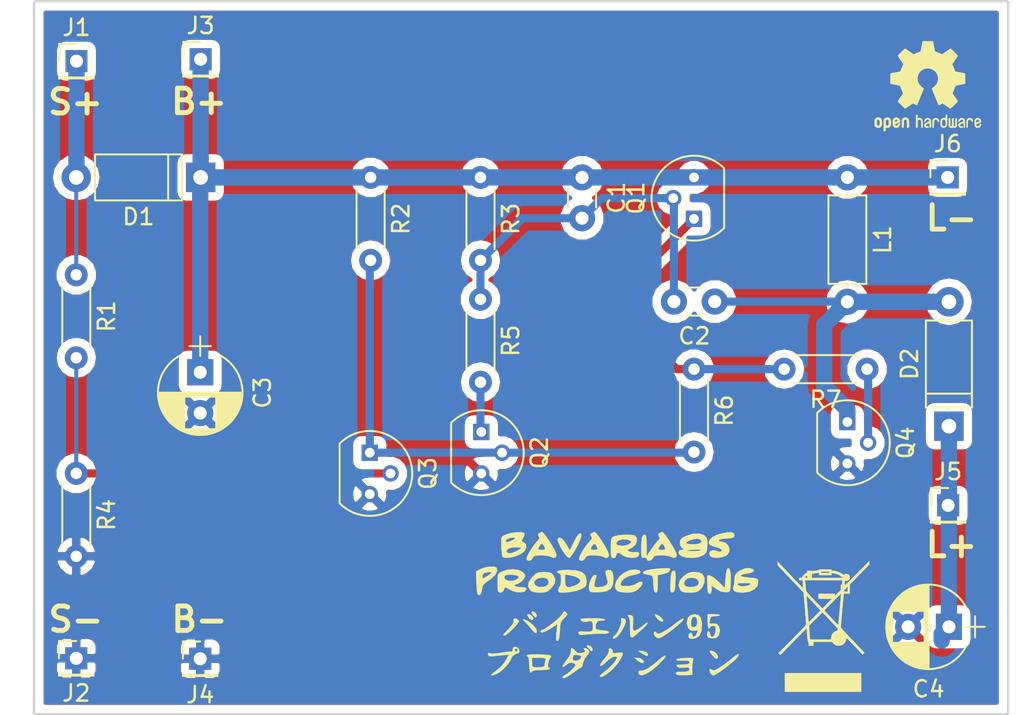
<source format=kicad_pcb>
(kicad_pcb (version 4) (host pcbnew 4.0.7)
  (layers (0 F.Cu signal) (31 B.Cu signal) (34 B.Paste user) (35 F.Paste user) (36 B.SilkS user) (37 F.SilkS user) (38 B.Mask user) (39 F.Mask user) (44 Edge.Cuts user))
  (net 0 "")
  (net 1 "Net-(C1-Pad1)")
  (net 2 "Net-(C1-Pad2)")
  (net 3 "Net-(C2-Pad1)")
  (net 4 "Net-(C4-Pad1)")
  (net 5 "Net-(D1-Pad2)")
  (net 6 "Net-(Q1-Pad1)")
  (net 7 "Net-(Q2-Pad2)")
  (net 8 "Net-(Q2-Pad1)")
  (net 9 "Net-(Q3-Pad2)")
  (net 10 "Net-(Q4-Pad2)")
  (net 11 GND)
  (module Capacitors_THT:C_Disc_D3.0mm_W1.6mm_P2.50mm (layer F.Cu) (at 122.301 91.44 270)
    (fp_text reference C1 (at 1.25 -2.11 270) (layer F.SilkS))
    (fp_text value 472)
    (pad 1 thru_hole circle (at 0 0 270) (size 1.6 1.6) (drill 0.8) (layers *.Cu *.Mask) (net 1 "Net-(C1-Pad1)"))
    (pad 2 thru_hole circle (at 2.5 0 270) (size 1.6 1.6) (drill 0.8) (layers *.Cu *.Mask) (net 2 "Net-(C1-Pad2)"))
  )
  (module Capacitors_THT:C_Disc_D3.0mm_W1.6mm_P2.50mm (layer F.Cu) (at 130.429 99.0473 180)
    (fp_text reference C2 (at 1.25 -2.11 180) (layer F.SilkS))
    (fp_text value 681)
    (pad 1 thru_hole circle (at 0 0 180) (size 1.6 1.6) (drill 0.8) (layers *.Cu *.Mask) (net 3 "Net-(C2-Pad1)"))
    (pad 2 thru_hole circle (at 2.5 0 180) (size 1.6 1.6) (drill 0.8) (layers *.Cu *.Mask) (net 2 "Net-(C1-Pad2)"))
  )
  (module Capacitors_THT:CP_Radial_D5.0mm_P2.50mm (layer F.Cu) (at 98.9076 103.378 270)
    (fp_text reference C3 (at 1.25 -3.81 270) (layer F.SilkS))
    (fp_text value 50v10µF)
    (pad 1 thru_hole rect (at 0 0 270) (size 1.6 1.6) (drill 0.8) (layers *.Cu *.Mask) (net 1 "Net-(C1-Pad1)"))
    (pad 2 thru_hole circle (at 2.5 0 270) (size 1.6 1.6) (drill 0.8) (layers *.Cu *.Mask) (net 11 GND))
  )
  (module Capacitors_THT:CP_Radial_D5.0mm_P2.50mm (layer F.Cu) (at 144.78 118.9736 180)
    (fp_text reference C4 (at 1.25 -3.81 180) (layer F.SilkS))
    (fp_text value 25v10µF)
    (pad 1 thru_hole rect (at 0 0 180) (size 1.6 1.6) (drill 0.8) (layers *.Cu *.Mask) (net 4 "Net-(C4-Pad1)"))
    (pad 2 thru_hole circle (at 2.5 0 180) (size 1.6 1.6) (drill 0.8) (layers *.Cu *.Mask) (net 11 GND))
  )
  (module Diodes_THT:D_A-405_P7.62mm_Horizontal (layer F.Cu) (at 98.933 91.44 180)
    (fp_text reference D1 (at 3.81 -2.41 180) (layer F.SilkS))
    (fp_text value 4N5819)
    (pad 1 thru_hole rect (at 0 0 180) (size 1.8 1.8) (drill 0.9) (layers *.Cu *.Mask) (net 1 "Net-(C1-Pad1)"))
    (pad 2 thru_hole oval (at 7.62 0 180) (size 1.8 1.8) (drill 0.9) (layers *.Cu *.Mask) (net 5 "Net-(D1-Pad2)"))
  )
  (module Diodes_THT:D_A-405_P7.62mm_Horizontal (layer F.Cu) (at 144.78 106.68 90)
    (fp_text reference D2 (at 3.81 -2.41 90) (layer F.SilkS))
    (fp_text value 4N5819)
    (pad 1 thru_hole rect (at 0 0 90) (size 1.8 1.8) (drill 0.9) (layers *.Cu *.Mask) (net 4 "Net-(C4-Pad1)"))
    (pad 2 thru_hole oval (at 7.62 0 90) (size 1.8 1.8) (drill 0.9) (layers *.Cu *.Mask) (net 3 "Net-(C2-Pad1)"))
  )
  (module Pin_Headers:Pin_Header_Straight_1x01_Pitch2.00mm (layer F.Cu) (at 91.3257 84.3153)
    (fp_text reference J1 (at 0 -2.06) (layer F.SilkS))
    (fp_text value Conn_01x01)
    (pad 1 thru_hole rect (at 0 0) (size 1.35 1.35) (drill 0.8) (layers *.Cu *.Mask) (net 5 "Net-(D1-Pad2)"))
  )
  (module Pin_Headers:Pin_Header_Straight_1x01_Pitch2.00mm (layer F.Cu) (at 91.313 120.904)
    (fp_text reference J2 (at 0 2.1336) (layer F.SilkS))
    (fp_text value Conn_01x01)
    (pad 1 thru_hole rect (at 0 0) (size 1.35 1.35) (drill 0.8) (layers *.Cu *.Mask) (net 11 GND))
  )
  (module Pin_Headers:Pin_Header_Straight_1x01_Pitch2.00mm (layer F.Cu) (at 98.933 84.201)
    (fp_text reference J3 (at 0 -2.06) (layer F.SilkS))
    (fp_text value Conn_01x01)
    (pad 1 thru_hole rect (at 0 0) (size 1.35 1.35) (drill 0.8) (layers *.Cu *.Mask) (net 1 "Net-(C1-Pad1)"))
  )
  (module Pin_Headers:Pin_Header_Straight_1x01_Pitch2.00mm (layer F.Cu) (at 98.9076 120.9294)
    (fp_text reference J4 (at 0 2.2098) (layer F.SilkS))
    (fp_text value Conn_01x01)
    (pad 1 thru_hole rect (at 0 0) (size 1.35 1.35) (drill 0.8) (layers *.Cu *.Mask) (net 11 GND))
  )
  (module Pin_Headers:Pin_Header_Straight_1x01_Pitch2.00mm (layer F.Cu) (at 144.7292 111.5314)
    (fp_text reference J5 (at 0 -2.06) (layer F.SilkS))
    (fp_text value Conn_01x01)
    (pad 1 thru_hole rect (at 0 0) (size 1.35 1.35) (drill 0.8) (layers *.Cu *.Mask) (net 4 "Net-(C4-Pad1)"))
  )
  (module Pin_Headers:Pin_Header_Straight_1x01_Pitch2.00mm (layer F.Cu) (at 144.7038 91.44)
    (fp_text reference J6 (at 0 -2.06) (layer F.SilkS))
    (fp_text value Conn_01x01)
    (pad 1 thru_hole rect (at 0 0) (size 1.35 1.35) (drill 0.8) (layers *.Cu *.Mask) (net 1 "Net-(C1-Pad1)"))
  )
  (module Inductors_THT:L_Axial_L5.3mm_D2.2mm_P7.62mm_Horizontal_Vishay_IM-1 (layer F.Cu) (at 138.557 91.44 270)
    (fp_text reference L1 (at 3.81 -2.16 270) (layer F.SilkS))
    (fp_text value 150µH)
    (pad 1 thru_hole circle (at 0 0 270) (size 1.6 1.6) (drill 0.8) (layers *.Cu *.Mask) (net 1 "Net-(C1-Pad1)"))
    (pad 2 thru_hole oval (at 7.62 0 270) (size 1.6 1.6) (drill 0.8) (layers *.Cu *.Mask) (net 3 "Net-(C2-Pad1)"))
  )
  (module TO_SOT_Packages_THT:TO-92_Molded_Narrow (layer F.Cu) (at 129.159 93.98 90)
    (fp_text reference Q1 (at 1.27 -3.56 90) (layer F.SilkS))
    (fp_text value BC557)
    (pad 2 thru_hole circle (at 1.27 -1.27 180) (size 1 1) (drill 0.6) (layers *.Cu *.Mask) (net 2 "Net-(C1-Pad2)"))
    (pad 3 thru_hole circle (at 2.54 0 180) (size 1 1) (drill 0.6) (layers *.Cu *.Mask) (net 1 "Net-(C1-Pad1)"))
    (pad 1 thru_hole rect (at 0 0 180) (size 1 1) (drill 0.6) (layers *.Cu *.Mask) (net 6 "Net-(Q1-Pad1)"))
  )
  (module TO_SOT_Packages_THT:TO-92_Molded_Narrow (layer F.Cu) (at 116.1288 107.0356 270)
    (fp_text reference Q2 (at 1.27 -3.56 270) (layer F.SilkS))
    (fp_text value BC547)
    (pad 2 thru_hole circle (at 1.27 -1.27) (size 1 1) (drill 0.6) (layers *.Cu *.Mask) (net 7 "Net-(Q2-Pad2)"))
    (pad 3 thru_hole circle (at 2.54 0) (size 1 1) (drill 0.6) (layers *.Cu *.Mask) (net 11 GND))
    (pad 1 thru_hole rect (at 0 0) (size 1 1) (drill 0.6) (layers *.Cu *.Mask) (net 8 "Net-(Q2-Pad1)"))
  )
  (module TO_SOT_Packages_THT:TO-92_Molded_Narrow (layer F.Cu) (at 109.2962 108.3056 270)
    (fp_text reference Q3 (at 1.27 -3.56 270) (layer F.SilkS))
    (fp_text value BC547)
    (pad 2 thru_hole circle (at 1.27 -1.27) (size 1 1) (drill 0.6) (layers *.Cu *.Mask) (net 9 "Net-(Q3-Pad2)"))
    (pad 3 thru_hole circle (at 2.54 0) (size 1 1) (drill 0.6) (layers *.Cu *.Mask) (net 11 GND))
    (pad 1 thru_hole rect (at 0 0) (size 1 1) (drill 0.6) (layers *.Cu *.Mask) (net 7 "Net-(Q2-Pad2)"))
  )
  (module TO_SOT_Packages_THT:TO-92_Molded_Narrow (layer F.Cu) (at 138.557 106.426 270)
    (fp_text reference Q4 (at 1.27 -3.56 270) (layer F.SilkS))
    (fp_text value BC547)
    (pad 2 thru_hole circle (at 1.27 -1.27) (size 1 1) (drill 0.6) (layers *.Cu *.Mask) (net 10 "Net-(Q4-Pad2)"))
    (pad 3 thru_hole circle (at 2.54 0) (size 1 1) (drill 0.6) (layers *.Cu *.Mask) (net 11 GND))
    (pad 1 thru_hole rect (at 0 0) (size 1 1) (drill 0.6) (layers *.Cu *.Mask) (net 3 "Net-(C2-Pad1)"))
  )
  (module Resistors_THT:R_Axial_DIN0204_L3.6mm_D1.6mm_P5.08mm_Horizontal (layer F.Cu) (at 91.313 97.409 270)
    (fp_text reference R1 (at 2.54 -1.86 270) (layer F.SilkS))
    (fp_text value R)
    (pad 1 thru_hole circle (at 0 0 270) (size 1.4 1.4) (drill 0.7) (layers *.Cu *.Mask) (net 5 "Net-(D1-Pad2)"))
    (pad 2 thru_hole oval (at 5.08 0 270) (size 1.4 1.4) (drill 0.7) (layers *.Cu *.Mask) (net 9 "Net-(Q3-Pad2)"))
  )
  (module Resistors_THT:R_Axial_DIN0204_L3.6mm_D1.6mm_P5.08mm_Horizontal (layer F.Cu) (at 109.347 91.44 270)
    (fp_text reference R2 (at 2.54 -1.86 270) (layer F.SilkS))
    (fp_text value 390k)
    (pad 1 thru_hole circle (at 0 0 270) (size 1.4 1.4) (drill 0.7) (layers *.Cu *.Mask) (net 1 "Net-(C1-Pad1)"))
    (pad 2 thru_hole oval (at 5.08 0 270) (size 1.4 1.4) (drill 0.7) (layers *.Cu *.Mask) (net 7 "Net-(Q2-Pad2)"))
  )
  (module Resistors_THT:R_Axial_DIN0204_L3.6mm_D1.6mm_P5.08mm_Horizontal (layer F.Cu) (at 116.078 91.44 270)
    (fp_text reference R3 (at 2.54 -1.86 270) (layer F.SilkS))
    (fp_text value 200k)
    (pad 1 thru_hole circle (at 0 0 270) (size 1.4 1.4) (drill 0.7) (layers *.Cu *.Mask) (net 1 "Net-(C1-Pad1)"))
    (pad 2 thru_hole oval (at 5.08 0 270) (size 1.4 1.4) (drill 0.7) (layers *.Cu *.Mask) (net 2 "Net-(C1-Pad2)"))
  )
  (module Resistors_THT:R_Axial_DIN0204_L3.6mm_D1.6mm_P5.08mm_Horizontal (layer F.Cu) (at 91.313 109.5756 270)
    (fp_text reference R4 (at 2.54 -1.86 270) (layer F.SilkS))
    (fp_text value R)
    (pad 1 thru_hole circle (at 0 0 270) (size 1.4 1.4) (drill 0.7) (layers *.Cu *.Mask) (net 9 "Net-(Q3-Pad2)"))
    (pad 2 thru_hole oval (at 5.08 0 270) (size 1.4 1.4) (drill 0.7) (layers *.Cu *.Mask) (net 11 GND))
  )
  (module Resistors_THT:R_Axial_DIN0204_L3.6mm_D1.6mm_P5.08mm_Horizontal (layer F.Cu) (at 116.078 98.9076 270)
    (fp_text reference R5 (at 2.54 -1.86 270) (layer F.SilkS))
    (fp_text value 20k)
    (pad 1 thru_hole circle (at 0 0 270) (size 1.4 1.4) (drill 0.7) (layers *.Cu *.Mask) (net 2 "Net-(C1-Pad2)"))
    (pad 2 thru_hole oval (at 5.08 0 270) (size 1.4 1.4) (drill 0.7) (layers *.Cu *.Mask) (net 8 "Net-(Q2-Pad1)"))
  )
  (module Resistors_THT:R_Axial_DIN0204_L3.6mm_D1.6mm_P5.08mm_Horizontal (layer F.Cu) (at 129.159 103.1875 270)
    (fp_text reference R6 (at 2.54 -1.86 270) (layer F.SilkS))
    (fp_text value 100k)
    (pad 1 thru_hole circle (at 0 0 270) (size 1.4 1.4) (drill 0.7) (layers *.Cu *.Mask) (net 6 "Net-(Q1-Pad1)"))
    (pad 2 thru_hole oval (at 5.08 0 270) (size 1.4 1.4) (drill 0.7) (layers *.Cu *.Mask) (net 7 "Net-(Q2-Pad2)"))
  )
  (module Resistors_THT:R_Axial_DIN0204_L3.6mm_D1.6mm_P5.08mm_Horizontal (layer F.Cu) (at 139.7635 103.1875 180)
    (fp_text reference R7 (at 2.54 -1.86 180) (layer F.SilkS))
    (fp_text value 2k)
    (pad 1 thru_hole circle (at 0 0 180) (size 1.4 1.4) (drill 0.7) (layers *.Cu *.Mask) (net 10 "Net-(Q4-Pad2)"))
    (pad 2 thru_hole oval (at 5.08 0 180) (size 1.4 1.4) (drill 0.7) (layers *.Cu *.Mask) (net 6 "Net-(Q1-Pad1)"))
  )
  (module Symbols:WEEE-Logo_5.6x8mm_SilkScreen (layer F.Cu) (at 137.0838 118.9482)
    (fp_text reference REF*** hide)
    (fp_text value WEEE-Logo_5.6x8mm_SilkScreen hide)
  )
  (module Symbols:OSHW-Logo2_7.3x6mm_SilkScreen (layer F.Cu) (at 143.4846 85.852)
    (fp_text reference REF*** hide)
    (fp_text value OSHW-Logo2_7.3x6mm_SilkScreen hide)
  )
  (module Bavaria95-Productions:Bavaria95-Productions-Logo (layer F.Cu) (at 124.7394 117.983)
    (fp_text reference G*** hide)
    (fp_text value LOGO hide)
  )
  (gr_text L- (at 144.9324 93.9292) (layer F.SilkS) (effects (font (size 1.5 1.5) (thickness 0.3))))
  (gr_text L+ (at 144.9324 113.9444) (layer F.SilkS) (effects (font (size 1.5 1.5) (thickness 0.3))))
  (gr_text B- (at 98.8568 118.5164) (layer F.SilkS) (effects (font (size 1.5 1.5) (thickness 0.3))))
  (gr_text S- (at 91.2876 118.5164) (layer F.SilkS) (effects (font (size 1.5 1.5) (thickness 0.3))))
  (gr_text B+ (at 98.8314 86.7918) (layer F.SilkS) (effects (font (size 1.5 1.5) (thickness 0.3))))
  (gr_text S+ (at 91.2622 86.8172) (layer F.SilkS) (effects (font (size 1.5 1.5) (thickness 0.3))))
  (gr_line (start 88.7222 124.206) (end 88.7222 80.772) (angle 90) (layer Edge.Cuts) (width 0.15))
  (gr_line (start 148.2852 124.333) (end 88.8492 124.333) (angle 90) (layer Edge.Cuts) (width 0.15))
  (gr_line (start 148.4122 80.772) (end 148.4122 124.206) (angle 90) (layer Edge.Cuts) (width 0.15))
  (gr_line (start 88.8492 80.645) (end 148.2852 80.645) (angle 90) (layer Edge.Cuts) (width 0.15))
  (gr_arc (start 88.8492 80.772) (end 88.7222 80.772) (angle 90) (layer Edge.Cuts) (width 0.15))
  (gr_arc (start 88.8492 124.206) (end 88.8492 124.333) (angle 90) (layer Edge.Cuts) (width 0.15))
  (gr_arc (start 148.2852 124.206) (end 148.4122 124.206) (angle 90) (layer Edge.Cuts) (width 0.15))
  (gr_arc (start 148.2852 80.772) (end 148.2852 80.645) (angle 90) (layer Edge.Cuts) (width 0.15))
  (segment (start 129.159 91.44) (end 138.5062 91.44) (width 1) (layer B.Cu) (net 1))
  (segment (start 138.5062 91.44) (end 138.557 91.44) (width 1) (layer B.Cu) (net 1))
  (segment (start 138.557 91.44) (end 144.7038 91.44) (width 1) (layer B.Cu) (net 1))
  (segment (start 98.9076 103.378) (end 98.9076 91.4654) (width 1) (layer B.Cu) (net 1))
  (segment (start 98.9076 91.4654) (end 98.933 91.44) (width 1) (layer B.Cu) (net 1))
  (segment (start 122.301 91.44) (end 129.159 91.44) (width 1) (layer B.Cu) (net 1))
  (segment (start 116.078 91.44) (end 122.301 91.44) (width 1) (layer B.Cu) (net 1))
  (segment (start 109.347 91.44) (end 116.078 91.44) (width 1) (layer B.Cu) (net 1))
  (segment (start 98.933 91.44) (end 109.347 91.44) (width 1) (layer B.Cu) (net 1))
  (segment (start 98.933 91.44) (end 98.933 103.3526) (width 0.25) (layer B.Cu) (net 1))
  (segment (start 98.933 103.3526) (end 98.9076 103.378) (width 0.25) (layer B.Cu) (net 1))
  (segment (start 98.933 91.44) (end 98.933 84.201) (width 1) (layer B.Cu) (net 1))
  (segment (start 116.078 96.52) (end 116.078 98.9076) (width 0.5) (layer B.Cu) (net 2))
  (segment (start 122.301 93.94) (end 118.658 93.94) (width 0.5) (layer B.Cu) (net 2))
  (segment (start 118.658 93.94) (end 116.078 96.52) (width 0.5) (layer B.Cu) (net 2))
  (segment (start 127.889 92.71) (end 123.531 92.71) (width 0.5) (layer B.Cu) (net 2))
  (segment (start 123.531 92.71) (end 122.301 93.94) (width 0.5) (layer B.Cu) (net 2))
  (segment (start 127.929 99.0473) (end 127.929 92.75) (width 0.5) (layer B.Cu) (net 2))
  (segment (start 127.929 92.75) (end 127.889 92.71) (width 0.5) (layer B.Cu) (net 2))
  (segment (start 130.429 99.0473) (end 138.5443 99.0473) (width 0.5) (layer B.Cu) (net 3))
  (segment (start 138.5443 99.0473) (end 138.557 99.06) (width 0.5) (layer B.Cu) (net 3))
  (segment (start 138.557 106.426) (end 138.557 105.6513) (width 1) (layer B.Cu) (net 3))
  (segment (start 137.1346 100.4824) (end 138.557 99.06) (width 1) (layer B.Cu) (net 3))
  (segment (start 137.1346 104.2289) (end 137.1346 100.4824) (width 1) (layer B.Cu) (net 3))
  (segment (start 138.557 105.6513) (end 137.1346 104.2289) (width 1) (layer B.Cu) (net 3))
  (segment (start 138.557 99.06) (end 144.78 99.06) (width 1) (layer B.Cu) (net 3))
  (segment (start 144.78 106.68) (end 144.78 111.4806) (width 1) (layer B.Cu) (net 4))
  (segment (start 144.78 111.4806) (end 144.78 118.9736) (width 1) (layer B.Cu) (net 4))
  (segment (start 144.78 118.9736) (end 144.3355 119.4181) (width 1) (layer B.Cu) (net 4))
  (segment (start 144.3355 119.4181) (end 144.3355 119.8118) (width 1) (layer B.Cu) (net 4))
  (segment (start 91.3257 84.3153) (end 91.3257 91.4273) (width 1) (layer B.Cu) (net 5))
  (segment (start 91.3257 91.4273) (end 91.313 91.44) (width 0.25) (layer B.Cu) (net 5))
  (segment (start 91.313 91.44) (end 91.313 97.409) (width 0.25) (layer B.Cu) (net 5))
  (segment (start 129.159 103.1875) (end 128.1049 103.1875) (width 0.5) (layer F.Cu) (net 6))
  (segment (start 126.1745 96.9645) (end 129.159 93.98) (width 0.5) (layer F.Cu) (net 6))
  (segment (start 126.1745 101.2571) (end 126.1745 96.9645) (width 0.5) (layer F.Cu) (net 6))
  (segment (start 128.1049 103.1875) (end 126.1745 101.2571) (width 0.5) (layer F.Cu) (net 6))
  (segment (start 129.159 103.1875) (end 134.6835 103.1875) (width 0.5) (layer B.Cu) (net 6))
  (segment (start 109.2962 108.3056) (end 109.2962 96.5708) (width 0.5) (layer B.Cu) (net 7))
  (segment (start 109.2962 96.5708) (end 109.347 96.52) (width 0.5) (layer B.Cu) (net 7))
  (segment (start 109.2962 108.3056) (end 117.3988 108.3056) (width 0.5) (layer B.Cu) (net 7))
  (segment (start 117.3988 108.3056) (end 129.1209 108.3056) (width 0.5) (layer B.Cu) (net 7))
  (segment (start 129.1209 108.3056) (end 129.159 108.2675) (width 0.5) (layer B.Cu) (net 7))
  (segment (start 116.078 103.9876) (end 116.078 106.9848) (width 0.5) (layer B.Cu) (net 8))
  (segment (start 116.078 106.9848) (end 116.1288 107.0356) (width 0.5) (layer B.Cu) (net 8))
  (segment (start 91.313 109.5756) (end 110.5662 109.5756) (width 0.5) (layer F.Cu) (net 9))
  (segment (start 91.313 102.489) (end 91.313 109.5756) (width 0.25) (layer B.Cu) (net 9))
  (segment (start 139.827 107.696) (end 139.827 103.251) (width 0.5) (layer B.Cu) (net 10))
  (segment (start 139.827 103.251) (end 139.7635 103.1875) (width 0.5) (layer B.Cu) (net 10))
  (zone (net 11) (net_name GND) (layer B.Cu) (connect_pads (clearance 0.508)) (min_thickness 0.254) (fill yes (arc_segments 16) (thermal_gap 0.508) (thermal_bridge_width 0.508))
    (polygon (pts (xy 148.4122 124.333) (xy 88.7222 124.333) (xy 88.7222 80.645) (xy 148.4122 80.645)))
  )
  (zone (net 11) (net_name GND) (layer F.Cu) (connect_pads (clearance 0.508)) (min_thickness 0.254) (fill yes (arc_segments 16) (thermal_gap 0.508) (thermal_bridge_width 0.508))
    (polygon (pts (xy 148.4122 124.333) (xy 88.7222 124.333) (xy 88.7222 80.645) (xy 148.4122 80.645)))
  )
)
</source>
